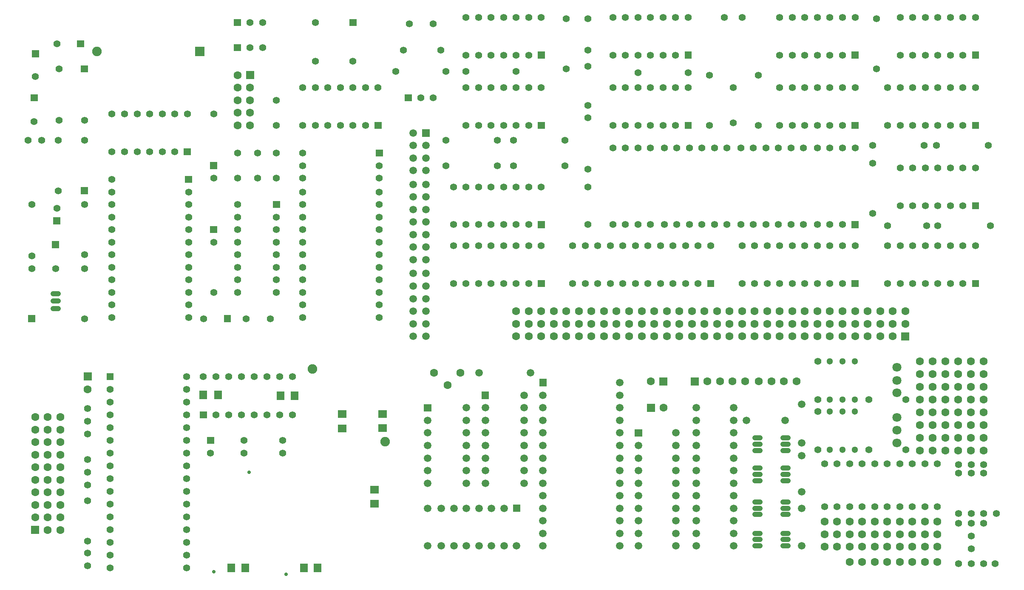
<source format=gbr>
%FSLAX34Y34*%
%MOMM*%
%LNSOLDERMASK_BOTTOM*%
G71*
G01*
%ADD10C, 1.90*%
%ADD11C, 1.40*%
%ADD12C, 1.40*%
%ADD13C, 1.60*%
%ADD14C, 1.50*%
%ADD15C, 1.60*%
%ADD16C, 1.00*%
%ADD17C, 1.50*%
%ADD18C, 1.60*%
%ADD19C, 0.70*%
%ADD20C, 0.20*%
%ADD21C, 0.70*%
%ADD22R, 1.60X1.80*%
%ADD23R, 1.80X1.60*%
%ADD24C, 1.30*%
%ADD25C, 1.80*%
%LPD*%
G36*
X295500Y714500D02*
X314500Y714500D01*
X314500Y695500D01*
X295500Y695500D01*
X295500Y714500D01*
G37*
X100000Y705000D02*
G54D10*
D03*
X785000Y707500D02*
G54D11*
D03*
X710000Y707500D02*
G54D11*
D03*
X1752500Y357500D02*
G54D11*
D03*
X1675000Y357500D02*
G54D11*
D03*
X1350000Y772500D02*
G54D11*
D03*
X1385000Y772500D02*
G54D11*
D03*
X1367500Y632500D02*
G54D11*
D03*
X1367500Y562500D02*
G54D11*
D03*
X1077500Y675000D02*
G54D11*
D03*
X1077500Y597500D02*
G54D11*
D03*
X1077500Y435000D02*
G54D11*
D03*
X1077500Y360000D02*
G54D11*
D03*
X380000Y502500D02*
G54D11*
D03*
X380000Y452500D02*
G54D11*
D03*
X420000Y502500D02*
G54D11*
D03*
X420000Y452500D02*
G54D11*
D03*
X457500Y502500D02*
G54D11*
D03*
X457500Y452500D02*
G54D11*
D03*
X397500Y172500D02*
G54D11*
D03*
X445000Y172500D02*
G54D11*
D03*
X457500Y607500D02*
G54D11*
D03*
X457500Y557500D02*
G54D11*
D03*
X20000Y720000D02*
G54D11*
D03*
G36*
X60500Y727000D02*
X74500Y727000D01*
X74500Y713000D01*
X60500Y713000D01*
X60500Y727000D01*
G37*
X-22500Y655000D02*
G54D11*
D03*
G36*
X-29500Y707000D02*
X-15500Y707000D01*
X-15500Y693000D01*
X-29500Y693000D01*
X-29500Y707000D01*
G37*
X-25000Y565000D02*
G54D11*
D03*
G36*
X-32000Y619500D02*
X-18000Y619500D01*
X-18000Y605500D01*
X-32000Y605500D01*
X-32000Y619500D01*
G37*
X312500Y172500D02*
G54D11*
D03*
G36*
X353000Y179500D02*
X367000Y179500D01*
X367000Y165500D01*
X353000Y165500D01*
X353000Y179500D01*
G37*
X17500Y272500D02*
G54D11*
D03*
G36*
X10500Y327000D02*
X24500Y327000D01*
X24500Y313000D01*
X10500Y313000D01*
X10500Y327000D01*
G37*
G36*
X13000Y374500D02*
X27000Y374500D01*
X27000Y360500D01*
X13000Y360500D01*
X13000Y374500D01*
G37*
X20000Y392500D02*
G54D11*
D03*
G36*
X978000Y704500D02*
X992000Y704500D01*
X992000Y690500D01*
X978000Y690500D01*
X978000Y704500D01*
G37*
X960000Y697500D02*
G54D12*
D03*
X935000Y697500D02*
G54D12*
D03*
X910000Y697500D02*
G54D12*
D03*
X885000Y697500D02*
G54D12*
D03*
X860000Y697500D02*
G54D12*
D03*
X835000Y697500D02*
G54D12*
D03*
X835000Y772500D02*
G54D12*
D03*
X860000Y772500D02*
G54D12*
D03*
X885000Y772500D02*
G54D12*
D03*
X910000Y772500D02*
G54D12*
D03*
X935000Y772500D02*
G54D12*
D03*
X960000Y772500D02*
G54D12*
D03*
X985000Y772500D02*
G54D12*
D03*
G36*
X978000Y564500D02*
X992000Y564500D01*
X992000Y550500D01*
X978000Y550500D01*
X978000Y564500D01*
G37*
X960000Y557500D02*
G54D12*
D03*
X935000Y557500D02*
G54D12*
D03*
X910000Y557500D02*
G54D12*
D03*
X885000Y557500D02*
G54D12*
D03*
X860000Y557500D02*
G54D12*
D03*
X835000Y557500D02*
G54D12*
D03*
X835000Y632500D02*
G54D12*
D03*
X860000Y632500D02*
G54D12*
D03*
X885000Y632500D02*
G54D12*
D03*
X910000Y632500D02*
G54D12*
D03*
X935000Y632500D02*
G54D12*
D03*
X960000Y632500D02*
G54D12*
D03*
X985000Y632500D02*
G54D12*
D03*
G36*
X1843000Y249500D02*
X1857000Y249500D01*
X1857000Y235500D01*
X1843000Y235500D01*
X1843000Y249500D01*
G37*
X1825000Y242500D02*
G54D12*
D03*
X1800000Y242500D02*
G54D12*
D03*
X1775000Y242500D02*
G54D12*
D03*
X1750000Y242500D02*
G54D12*
D03*
X1725000Y242500D02*
G54D12*
D03*
X1700000Y242500D02*
G54D12*
D03*
X1675000Y242500D02*
G54D12*
D03*
X1675000Y317500D02*
G54D12*
D03*
X1700000Y317500D02*
G54D12*
D03*
X1725000Y317500D02*
G54D12*
D03*
X1750000Y317500D02*
G54D12*
D03*
X1775000Y317500D02*
G54D12*
D03*
X1800000Y317500D02*
G54D12*
D03*
X1825000Y317500D02*
G54D12*
D03*
X1850000Y317500D02*
G54D12*
D03*
G36*
X1843000Y404500D02*
X1857000Y404500D01*
X1857000Y390500D01*
X1843000Y390500D01*
X1843000Y404500D01*
G37*
X1825000Y397500D02*
G54D12*
D03*
X1800000Y397500D02*
G54D12*
D03*
X1775000Y397500D02*
G54D12*
D03*
X1750000Y397500D02*
G54D12*
D03*
X1725000Y397500D02*
G54D12*
D03*
X1700000Y397500D02*
G54D12*
D03*
X1700000Y472500D02*
G54D12*
D03*
X1725000Y472500D02*
G54D12*
D03*
X1750000Y472500D02*
G54D12*
D03*
X1775000Y472500D02*
G54D12*
D03*
X1800000Y472500D02*
G54D12*
D03*
X1825000Y472500D02*
G54D12*
D03*
X1850000Y472500D02*
G54D12*
D03*
G36*
X1843000Y564500D02*
X1857000Y564500D01*
X1857000Y550500D01*
X1843000Y550500D01*
X1843000Y564500D01*
G37*
X1825000Y557500D02*
G54D12*
D03*
X1800000Y557500D02*
G54D12*
D03*
X1775000Y557500D02*
G54D12*
D03*
X1750000Y557500D02*
G54D12*
D03*
X1725000Y557500D02*
G54D12*
D03*
X1700000Y557500D02*
G54D12*
D03*
X1675000Y557500D02*
G54D12*
D03*
X1675000Y632500D02*
G54D12*
D03*
X1700000Y632500D02*
G54D12*
D03*
X1725000Y632500D02*
G54D12*
D03*
X1750000Y632500D02*
G54D12*
D03*
X1775000Y632500D02*
G54D12*
D03*
X1800000Y632500D02*
G54D12*
D03*
X1825000Y632500D02*
G54D12*
D03*
X1850000Y632500D02*
G54D12*
D03*
G36*
X1270500Y704500D02*
X1284500Y704500D01*
X1284500Y690500D01*
X1270500Y690500D01*
X1270500Y704500D01*
G37*
X1252500Y697500D02*
G54D12*
D03*
X1227500Y697500D02*
G54D12*
D03*
X1202500Y697500D02*
G54D12*
D03*
X1177500Y697500D02*
G54D12*
D03*
X1152500Y697500D02*
G54D12*
D03*
X1127500Y697500D02*
G54D12*
D03*
X1127500Y772500D02*
G54D12*
D03*
X1152500Y772500D02*
G54D12*
D03*
X1177500Y772500D02*
G54D12*
D03*
X1202500Y772500D02*
G54D12*
D03*
X1227500Y772500D02*
G54D12*
D03*
X1252500Y772500D02*
G54D12*
D03*
X1277500Y772500D02*
G54D12*
D03*
G36*
X1603000Y704500D02*
X1617000Y704500D01*
X1617000Y690500D01*
X1603000Y690500D01*
X1603000Y704500D01*
G37*
X1585000Y697500D02*
G54D12*
D03*
X1560000Y697500D02*
G54D12*
D03*
X1535000Y697500D02*
G54D12*
D03*
X1510000Y697500D02*
G54D12*
D03*
X1485000Y697500D02*
G54D12*
D03*
X1460000Y697500D02*
G54D12*
D03*
X1460000Y772500D02*
G54D12*
D03*
X1485000Y772500D02*
G54D12*
D03*
X1510000Y772500D02*
G54D12*
D03*
X1535000Y772500D02*
G54D12*
D03*
X1560000Y772500D02*
G54D12*
D03*
X1585000Y772500D02*
G54D12*
D03*
X1610000Y772500D02*
G54D12*
D03*
G36*
X1843000Y704500D02*
X1857000Y704500D01*
X1857000Y690500D01*
X1843000Y690500D01*
X1843000Y704500D01*
G37*
X1825000Y697500D02*
G54D12*
D03*
X1800000Y697500D02*
G54D12*
D03*
X1775000Y697500D02*
G54D12*
D03*
X1750000Y697500D02*
G54D12*
D03*
X1725000Y697500D02*
G54D12*
D03*
X1700000Y697500D02*
G54D12*
D03*
X1700000Y772500D02*
G54D12*
D03*
X1725000Y772500D02*
G54D12*
D03*
X1750000Y772500D02*
G54D12*
D03*
X1775000Y772500D02*
G54D12*
D03*
X1800000Y772500D02*
G54D12*
D03*
X1825000Y772500D02*
G54D12*
D03*
X1850000Y772500D02*
G54D12*
D03*
G36*
X1315500Y249500D02*
X1329500Y249500D01*
X1329500Y235500D01*
X1315500Y235500D01*
X1315500Y249500D01*
G37*
X1297500Y242500D02*
G54D12*
D03*
X1272500Y242500D02*
G54D12*
D03*
X1247500Y242500D02*
G54D12*
D03*
X1222500Y242500D02*
G54D12*
D03*
X1197500Y242500D02*
G54D12*
D03*
X1172500Y242500D02*
G54D12*
D03*
X1147500Y242500D02*
G54D12*
D03*
X1122500Y242500D02*
G54D12*
D03*
X1097500Y242500D02*
G54D12*
D03*
X1072500Y242500D02*
G54D12*
D03*
X1047500Y242500D02*
G54D12*
D03*
X1047500Y317500D02*
G54D12*
D03*
X1072500Y317500D02*
G54D12*
D03*
X1097500Y317500D02*
G54D12*
D03*
X1122500Y317500D02*
G54D12*
D03*
X1147500Y317500D02*
G54D12*
D03*
X1172500Y317500D02*
G54D12*
D03*
X1197500Y317500D02*
G54D12*
D03*
X1222500Y317500D02*
G54D12*
D03*
X1247500Y317500D02*
G54D12*
D03*
X1272500Y317500D02*
G54D12*
D03*
X1297500Y317500D02*
G54D12*
D03*
X1322500Y317500D02*
G54D12*
D03*
G36*
X1270500Y564500D02*
X1284500Y564500D01*
X1284500Y550500D01*
X1270500Y550500D01*
X1270500Y564500D01*
G37*
X1252500Y557500D02*
G54D12*
D03*
X1227500Y557500D02*
G54D12*
D03*
X1202500Y557500D02*
G54D12*
D03*
X1177500Y557500D02*
G54D12*
D03*
X1152500Y557500D02*
G54D12*
D03*
X1127500Y557500D02*
G54D12*
D03*
X1127500Y632500D02*
G54D12*
D03*
X1152500Y632500D02*
G54D12*
D03*
X1177500Y632500D02*
G54D12*
D03*
X1202500Y632500D02*
G54D12*
D03*
X1227500Y632500D02*
G54D12*
D03*
X1252500Y632500D02*
G54D12*
D03*
X1277500Y632500D02*
G54D12*
D03*
G36*
X653000Y564500D02*
X667000Y564500D01*
X667000Y550500D01*
X653000Y550500D01*
X653000Y564500D01*
G37*
X635000Y557500D02*
G54D12*
D03*
X610000Y557500D02*
G54D12*
D03*
X585000Y557500D02*
G54D12*
D03*
X560000Y557500D02*
G54D12*
D03*
X535000Y557500D02*
G54D12*
D03*
X510000Y557500D02*
G54D12*
D03*
X510000Y632500D02*
G54D12*
D03*
X535000Y632500D02*
G54D12*
D03*
X560000Y632500D02*
G54D12*
D03*
X585000Y632500D02*
G54D12*
D03*
X610000Y632500D02*
G54D12*
D03*
X635000Y632500D02*
G54D12*
D03*
X660000Y632500D02*
G54D12*
D03*
G36*
X273000Y512000D02*
X287000Y512000D01*
X287000Y498000D01*
X273000Y498000D01*
X273000Y512000D01*
G37*
X255000Y505000D02*
G54D12*
D03*
X230000Y505000D02*
G54D12*
D03*
X205000Y505000D02*
G54D12*
D03*
X180000Y505000D02*
G54D12*
D03*
X155000Y505000D02*
G54D12*
D03*
X130000Y505000D02*
G54D12*
D03*
X130000Y580000D02*
G54D12*
D03*
X155000Y580000D02*
G54D12*
D03*
X180000Y580000D02*
G54D12*
D03*
X205000Y580000D02*
G54D12*
D03*
X230000Y580000D02*
G54D12*
D03*
X255000Y580000D02*
G54D12*
D03*
X280000Y580000D02*
G54D12*
D03*
G36*
X1603000Y367000D02*
X1617000Y367000D01*
X1617000Y353000D01*
X1603000Y353000D01*
X1603000Y367000D01*
G37*
X1585000Y360000D02*
G54D11*
D03*
X1560000Y360000D02*
G54D11*
D03*
X1535000Y360000D02*
G54D11*
D03*
X1507500Y360000D02*
G54D11*
D03*
X1482500Y360000D02*
G54D11*
D03*
X1457500Y360000D02*
G54D11*
D03*
X1432500Y360000D02*
G54D11*
D03*
X1407500Y360000D02*
G54D11*
D03*
X1382500Y360000D02*
G54D11*
D03*
X1355000Y360000D02*
G54D11*
D03*
X1330000Y360000D02*
G54D11*
D03*
X1305000Y360000D02*
G54D11*
D03*
X1280000Y360000D02*
G54D11*
D03*
X1255000Y360000D02*
G54D11*
D03*
X1230000Y360000D02*
G54D11*
D03*
X1202500Y360000D02*
G54D11*
D03*
X1177500Y360000D02*
G54D11*
D03*
X1152500Y360000D02*
G54D11*
D03*
X1127500Y360000D02*
G54D11*
D03*
X1127500Y512500D02*
G54D11*
D03*
X1152500Y512500D02*
G54D11*
D03*
X1177500Y512500D02*
G54D11*
D03*
X1202500Y512500D02*
G54D11*
D03*
X1230000Y512500D02*
G54D11*
D03*
X1255000Y512500D02*
G54D11*
D03*
X1280000Y512500D02*
G54D11*
D03*
X1305000Y512500D02*
G54D11*
D03*
X1330000Y512500D02*
G54D11*
D03*
X1355000Y512500D02*
G54D11*
D03*
X1382500Y512500D02*
G54D11*
D03*
X1407500Y512500D02*
G54D11*
D03*
X1432500Y512500D02*
G54D11*
D03*
X1457500Y512500D02*
G54D11*
D03*
X1482500Y512500D02*
G54D11*
D03*
X1507500Y512500D02*
G54D11*
D03*
X1535000Y512500D02*
G54D11*
D03*
X1560000Y512500D02*
G54D11*
D03*
X1585000Y512500D02*
G54D11*
D03*
X1610000Y512500D02*
G54D11*
D03*
G36*
X978000Y367000D02*
X992000Y367000D01*
X992000Y353000D01*
X978000Y353000D01*
X978000Y367000D01*
G37*
X960000Y360000D02*
G54D12*
D03*
X935000Y360000D02*
G54D12*
D03*
X910000Y360000D02*
G54D12*
D03*
X885000Y360000D02*
G54D12*
D03*
X860000Y360000D02*
G54D12*
D03*
X835000Y360000D02*
G54D12*
D03*
X810000Y360000D02*
G54D12*
D03*
X810000Y435000D02*
G54D12*
D03*
X835000Y435000D02*
G54D12*
D03*
X860000Y435000D02*
G54D12*
D03*
X885000Y435000D02*
G54D12*
D03*
X910000Y435000D02*
G54D12*
D03*
X935000Y435000D02*
G54D12*
D03*
X960000Y435000D02*
G54D12*
D03*
X985000Y435000D02*
G54D12*
D03*
G36*
X1603000Y249500D02*
X1617000Y249500D01*
X1617000Y235500D01*
X1603000Y235500D01*
X1603000Y249500D01*
G37*
X1585000Y242500D02*
G54D12*
D03*
X1560000Y242500D02*
G54D12*
D03*
X1535000Y242500D02*
G54D12*
D03*
X1510000Y242500D02*
G54D12*
D03*
X1485000Y242500D02*
G54D12*
D03*
X1460000Y242500D02*
G54D12*
D03*
X1435000Y242500D02*
G54D12*
D03*
X1410000Y242500D02*
G54D12*
D03*
X1385000Y242500D02*
G54D12*
D03*
X1385000Y317500D02*
G54D12*
D03*
X1410000Y317500D02*
G54D12*
D03*
X1435000Y317500D02*
G54D12*
D03*
X1460000Y317500D02*
G54D12*
D03*
X1485000Y317500D02*
G54D12*
D03*
X1510000Y317500D02*
G54D12*
D03*
X1535000Y317500D02*
G54D12*
D03*
X1560000Y317500D02*
G54D12*
D03*
X1585000Y317500D02*
G54D12*
D03*
X1610000Y317500D02*
G54D12*
D03*
G36*
X978000Y249500D02*
X992000Y249500D01*
X992000Y235500D01*
X978000Y235500D01*
X978000Y249500D01*
G37*
X960000Y242500D02*
G54D12*
D03*
X935000Y242500D02*
G54D12*
D03*
X910000Y242500D02*
G54D12*
D03*
X885000Y242500D02*
G54D12*
D03*
X860000Y242500D02*
G54D12*
D03*
X835000Y242500D02*
G54D12*
D03*
X810000Y242500D02*
G54D12*
D03*
X810000Y317500D02*
G54D12*
D03*
X835000Y317500D02*
G54D12*
D03*
X860000Y317500D02*
G54D12*
D03*
X885000Y317500D02*
G54D12*
D03*
X910000Y317500D02*
G54D12*
D03*
X935000Y317500D02*
G54D12*
D03*
X960000Y317500D02*
G54D12*
D03*
X985000Y317500D02*
G54D12*
D03*
G36*
X1603000Y564500D02*
X1617000Y564500D01*
X1617000Y550500D01*
X1603000Y550500D01*
X1603000Y564500D01*
G37*
X1585000Y557500D02*
G54D12*
D03*
X1560000Y557500D02*
G54D12*
D03*
X1535000Y557500D02*
G54D12*
D03*
X1510000Y557500D02*
G54D12*
D03*
X1485000Y557500D02*
G54D12*
D03*
X1460000Y557500D02*
G54D12*
D03*
X1460000Y632500D02*
G54D12*
D03*
X1485000Y632500D02*
G54D12*
D03*
X1510000Y632500D02*
G54D12*
D03*
X1535000Y632500D02*
G54D12*
D03*
X1560000Y632500D02*
G54D12*
D03*
X1585000Y632500D02*
G54D12*
D03*
X1610000Y632500D02*
G54D12*
D03*
G36*
X655500Y509500D02*
X669500Y509500D01*
X669500Y495500D01*
X655500Y495500D01*
X655500Y509500D01*
G37*
X662500Y477500D02*
G54D11*
D03*
X662500Y452500D02*
G54D11*
D03*
X662500Y425000D02*
G54D11*
D03*
X662500Y400000D02*
G54D11*
D03*
X662500Y375000D02*
G54D11*
D03*
X662500Y350000D02*
G54D11*
D03*
X662500Y325000D02*
G54D11*
D03*
X662500Y300000D02*
G54D11*
D03*
X662500Y275000D02*
G54D11*
D03*
X662500Y250000D02*
G54D11*
D03*
X662500Y225000D02*
G54D11*
D03*
X662500Y200000D02*
G54D11*
D03*
X662500Y175000D02*
G54D11*
D03*
X510000Y175000D02*
G54D11*
D03*
X510000Y200000D02*
G54D11*
D03*
X510000Y225000D02*
G54D11*
D03*
X510000Y250000D02*
G54D11*
D03*
X510000Y275000D02*
G54D11*
D03*
X510000Y300000D02*
G54D11*
D03*
X510000Y325000D02*
G54D11*
D03*
X510000Y350000D02*
G54D11*
D03*
X510000Y375000D02*
G54D11*
D03*
X510000Y400000D02*
G54D11*
D03*
X510000Y425000D02*
G54D11*
D03*
X510000Y452500D02*
G54D11*
D03*
X510000Y477500D02*
G54D11*
D03*
X510000Y502500D02*
G54D11*
D03*
G36*
X450500Y407000D02*
X464500Y407000D01*
X464500Y393000D01*
X450500Y393000D01*
X450500Y407000D01*
G37*
X457500Y375000D02*
G54D11*
D03*
X457500Y350000D02*
G54D11*
D03*
X457500Y325000D02*
G54D11*
D03*
X457500Y300000D02*
G54D11*
D03*
X457500Y275000D02*
G54D11*
D03*
X457500Y250000D02*
G54D11*
D03*
X457500Y225000D02*
G54D11*
D03*
X380000Y225000D02*
G54D11*
D03*
X380000Y250000D02*
G54D11*
D03*
X380000Y275000D02*
G54D11*
D03*
X380000Y300000D02*
G54D11*
D03*
X380000Y325000D02*
G54D11*
D03*
X380000Y350000D02*
G54D11*
D03*
X380000Y375000D02*
G54D11*
D03*
X380000Y400000D02*
G54D11*
D03*
G36*
X275500Y457000D02*
X289500Y457000D01*
X289500Y443000D01*
X275500Y443000D01*
X275500Y457000D01*
G37*
X282500Y425000D02*
G54D11*
D03*
X282500Y400000D02*
G54D11*
D03*
X282500Y375000D02*
G54D11*
D03*
X282500Y350000D02*
G54D11*
D03*
X282500Y325000D02*
G54D11*
D03*
X282500Y300000D02*
G54D11*
D03*
X282500Y275000D02*
G54D11*
D03*
X282500Y250000D02*
G54D11*
D03*
X282500Y225000D02*
G54D11*
D03*
X282500Y200000D02*
G54D11*
D03*
X282500Y175000D02*
G54D11*
D03*
X130000Y175000D02*
G54D11*
D03*
X130000Y200000D02*
G54D11*
D03*
X130000Y225000D02*
G54D11*
D03*
X130000Y250000D02*
G54D11*
D03*
X130000Y275000D02*
G54D11*
D03*
X130000Y300000D02*
G54D11*
D03*
X130000Y325000D02*
G54D11*
D03*
X130000Y350000D02*
G54D11*
D03*
X130000Y375000D02*
G54D11*
D03*
X130000Y400000D02*
G54D11*
D03*
X130000Y425000D02*
G54D11*
D03*
X130000Y450000D02*
G54D11*
D03*
G36*
X713000Y619500D02*
X727000Y619500D01*
X727000Y605500D01*
X713000Y605500D01*
X713000Y619500D01*
G37*
X745000Y612500D02*
G54D11*
D03*
X770000Y612500D02*
G54D11*
D03*
X935000Y162500D02*
G54D13*
D03*
X960000Y162500D02*
G54D13*
D03*
X935000Y137500D02*
G54D13*
D03*
X960000Y137500D02*
G54D13*
D03*
X985000Y162500D02*
G54D13*
D03*
X1010000Y162500D02*
G54D13*
D03*
X985000Y137500D02*
G54D13*
D03*
X1010000Y137500D02*
G54D13*
D03*
X985000Y187500D02*
G54D13*
D03*
X1010000Y187500D02*
G54D13*
D03*
X1035000Y162500D02*
G54D13*
D03*
X1035000Y137500D02*
G54D13*
D03*
X1060000Y162500D02*
G54D13*
D03*
X1085000Y162500D02*
G54D13*
D03*
X1060000Y137500D02*
G54D13*
D03*
G36*
X1702000Y145500D02*
X1718000Y145500D01*
X1718000Y129500D01*
X1702000Y129500D01*
X1702000Y145500D01*
G37*
X960000Y187500D02*
G54D13*
D03*
X1085000Y137500D02*
G54D13*
D03*
X1060000Y187500D02*
G54D13*
D03*
X1085000Y187500D02*
G54D13*
D03*
X1035000Y187500D02*
G54D13*
D03*
X1110000Y162500D02*
G54D13*
D03*
X1110000Y137500D02*
G54D13*
D03*
X1135000Y162500D02*
G54D13*
D03*
X1160000Y162500D02*
G54D13*
D03*
X1135000Y137500D02*
G54D13*
D03*
X1160000Y137500D02*
G54D13*
D03*
X1135000Y187500D02*
G54D13*
D03*
X1160000Y187500D02*
G54D13*
D03*
X1185000Y162500D02*
G54D13*
D03*
X1185000Y137500D02*
G54D13*
D03*
X1210000Y162500D02*
G54D13*
D03*
X1235000Y162500D02*
G54D13*
D03*
X1210000Y137500D02*
G54D13*
D03*
X1110000Y187500D02*
G54D13*
D03*
X1235000Y137500D02*
G54D13*
D03*
X1210000Y187500D02*
G54D13*
D03*
X1235000Y187500D02*
G54D13*
D03*
X1185000Y187500D02*
G54D13*
D03*
X1260000Y162500D02*
G54D13*
D03*
X1285000Y162500D02*
G54D13*
D03*
X1260000Y137500D02*
G54D13*
D03*
X1285000Y137500D02*
G54D13*
D03*
X1310000Y162500D02*
G54D13*
D03*
X1335000Y162500D02*
G54D13*
D03*
X1310000Y137500D02*
G54D13*
D03*
X1335000Y137500D02*
G54D13*
D03*
X1310000Y187500D02*
G54D13*
D03*
X1335000Y187500D02*
G54D13*
D03*
X1360000Y162500D02*
G54D13*
D03*
X1360000Y137500D02*
G54D13*
D03*
X1385000Y162500D02*
G54D13*
D03*
X1410000Y162500D02*
G54D13*
D03*
X1385000Y137500D02*
G54D13*
D03*
X1260000Y187500D02*
G54D13*
D03*
X1285000Y187500D02*
G54D13*
D03*
X1410000Y137500D02*
G54D13*
D03*
X1385000Y187500D02*
G54D13*
D03*
X1410000Y187500D02*
G54D13*
D03*
X1360000Y187500D02*
G54D13*
D03*
X1435000Y162500D02*
G54D13*
D03*
X1435000Y137500D02*
G54D13*
D03*
X1460000Y162500D02*
G54D13*
D03*
X1485000Y162500D02*
G54D13*
D03*
X1460000Y137500D02*
G54D13*
D03*
X1485000Y137500D02*
G54D13*
D03*
X1460000Y187500D02*
G54D13*
D03*
X1485000Y187500D02*
G54D13*
D03*
X1510000Y162500D02*
G54D13*
D03*
X1510000Y137500D02*
G54D13*
D03*
X1535000Y162500D02*
G54D13*
D03*
X1560000Y162500D02*
G54D13*
D03*
X1535000Y137500D02*
G54D13*
D03*
X1435000Y187500D02*
G54D13*
D03*
X1560000Y137500D02*
G54D13*
D03*
X1535000Y187500D02*
G54D13*
D03*
X1560000Y187500D02*
G54D13*
D03*
X1510000Y187500D02*
G54D13*
D03*
X1585000Y162500D02*
G54D13*
D03*
X1585000Y137500D02*
G54D13*
D03*
X1610000Y162500D02*
G54D13*
D03*
X1635000Y162500D02*
G54D13*
D03*
X1610000Y137500D02*
G54D13*
D03*
X1635000Y137500D02*
G54D13*
D03*
X1610000Y187500D02*
G54D13*
D03*
X1635000Y187500D02*
G54D13*
D03*
X1660000Y162500D02*
G54D13*
D03*
X1660000Y137500D02*
G54D13*
D03*
X1685000Y162500D02*
G54D13*
D03*
X1710000Y162500D02*
G54D13*
D03*
X1685000Y137500D02*
G54D13*
D03*
X1585000Y187500D02*
G54D13*
D03*
X935000Y187500D02*
G54D13*
D03*
X1685000Y187500D02*
G54D13*
D03*
X1710000Y187500D02*
G54D13*
D03*
X1660000Y187500D02*
G54D13*
D03*
G36*
X747500Y550000D02*
X762500Y550000D01*
X762500Y535000D01*
X747500Y535000D01*
X747500Y550000D01*
G37*
X730000Y542500D02*
G54D14*
D03*
X755000Y517500D02*
G54D14*
D03*
X730000Y517500D02*
G54D14*
D03*
X755000Y492500D02*
G54D14*
D03*
X730000Y492500D02*
G54D14*
D03*
X755000Y467500D02*
G54D14*
D03*
X730000Y467500D02*
G54D14*
D03*
X755000Y440000D02*
G54D14*
D03*
X730000Y440000D02*
G54D14*
D03*
X755000Y415000D02*
G54D14*
D03*
X730000Y415000D02*
G54D14*
D03*
X755000Y390000D02*
G54D14*
D03*
X730000Y390000D02*
G54D14*
D03*
X755000Y365000D02*
G54D14*
D03*
X730000Y365000D02*
G54D14*
D03*
X755000Y340000D02*
G54D14*
D03*
X730000Y340000D02*
G54D14*
D03*
X755000Y315000D02*
G54D14*
D03*
X730000Y315000D02*
G54D14*
D03*
X755000Y290000D02*
G54D14*
D03*
X730000Y290000D02*
G54D14*
D03*
X755000Y262500D02*
G54D14*
D03*
X730000Y262500D02*
G54D14*
D03*
X755000Y237500D02*
G54D14*
D03*
X730000Y237500D02*
G54D14*
D03*
X755000Y212500D02*
G54D14*
D03*
X730000Y212500D02*
G54D14*
D03*
X755000Y187500D02*
G54D14*
D03*
X730000Y187500D02*
G54D14*
D03*
X755000Y162500D02*
G54D14*
D03*
X730000Y162500D02*
G54D14*
D03*
X755000Y137500D02*
G54D14*
D03*
X730000Y137500D02*
G54D14*
D03*
G36*
X373000Y719500D02*
X387000Y719500D01*
X387000Y705500D01*
X373000Y705500D01*
X373000Y719500D01*
G37*
X405000Y712500D02*
G54D11*
D03*
X430000Y712500D02*
G54D11*
D03*
G36*
X373000Y769500D02*
X387000Y769500D01*
X387000Y755500D01*
X373000Y755500D01*
X373000Y769500D01*
G37*
X405000Y762500D02*
G54D11*
D03*
X430000Y762500D02*
G54D11*
D03*
G36*
X397000Y665500D02*
X413000Y665500D01*
X413000Y649500D01*
X397000Y649500D01*
X397000Y665500D01*
G37*
X380000Y657500D02*
G54D15*
D03*
X405000Y632500D02*
G54D15*
D03*
X380000Y632500D02*
G54D15*
D03*
X405000Y607500D02*
G54D15*
D03*
X380000Y607500D02*
G54D15*
D03*
X405000Y582500D02*
G54D15*
D03*
X380000Y582500D02*
G54D15*
D03*
X405000Y557500D02*
G54D15*
D03*
X380000Y557500D02*
G54D15*
D03*
X795000Y665000D02*
G54D11*
D03*
X695000Y665000D02*
G54D11*
D03*
X1035000Y670000D02*
G54D11*
D03*
X1035000Y770000D02*
G54D11*
D03*
X1880000Y357500D02*
G54D11*
D03*
X1775000Y357500D02*
G54D11*
D03*
X1277500Y662500D02*
G54D11*
D03*
X1177500Y662500D02*
G54D11*
D03*
X1875000Y517500D02*
G54D11*
D03*
X1772500Y517500D02*
G54D11*
D03*
X1652500Y770000D02*
G54D11*
D03*
X1652500Y670000D02*
G54D11*
D03*
X1645000Y482500D02*
G54D11*
D03*
X1645000Y382500D02*
G54D11*
D03*
X1645000Y517500D02*
G54D11*
D03*
X1747500Y517500D02*
G54D11*
D03*
X1077500Y470000D02*
G54D11*
D03*
X1077500Y572500D02*
G54D11*
D03*
X1417500Y557500D02*
G54D11*
D03*
X1417500Y657500D02*
G54D11*
D03*
X1320000Y557500D02*
G54D11*
D03*
X1320000Y657500D02*
G54D11*
D03*
X835000Y665000D02*
G54D11*
D03*
X935000Y665000D02*
G54D11*
D03*
X795000Y527500D02*
G54D11*
D03*
X897500Y527500D02*
G54D11*
D03*
X930000Y527500D02*
G54D11*
D03*
X1032500Y527500D02*
G54D11*
D03*
X930000Y477500D02*
G54D11*
D03*
X1032500Y477500D02*
G54D11*
D03*
X795000Y477500D02*
G54D11*
D03*
X897500Y477500D02*
G54D11*
D03*
X-30000Y297500D02*
G54D11*
D03*
X-30000Y400000D02*
G54D11*
D03*
X25000Y567500D02*
G54D11*
D03*
X25000Y670000D02*
G54D11*
D03*
X75000Y300000D02*
G54D11*
D03*
X75000Y400000D02*
G54D11*
D03*
X332500Y225000D02*
G54D11*
D03*
X332500Y325000D02*
G54D11*
D03*
X75000Y172500D02*
G54D11*
D03*
X75000Y272500D02*
G54D11*
D03*
X22500Y427500D02*
G54D11*
D03*
X22500Y527500D02*
G54D11*
D03*
X1077500Y707500D02*
G54D11*
D03*
X1077500Y770000D02*
G54D11*
D03*
G36*
X68000Y677000D02*
X82000Y677000D01*
X82000Y663000D01*
X68000Y663000D01*
X68000Y677000D01*
G37*
X75000Y567500D02*
G54D11*
D03*
G36*
X68000Y434500D02*
X82000Y434500D01*
X82000Y420500D01*
X68000Y420500D01*
X68000Y434500D01*
G37*
X75000Y527500D02*
G54D11*
D03*
G36*
X-37000Y179500D02*
X-23000Y179500D01*
X-23000Y165500D01*
X-37000Y165500D01*
X-37000Y179500D01*
G37*
X-30000Y272500D02*
G54D11*
D03*
G36*
X325500Y484500D02*
X339500Y484500D01*
X339500Y470500D01*
X325500Y470500D01*
X325500Y484500D01*
G37*
X332500Y580000D02*
G54D11*
D03*
G36*
X325500Y357000D02*
X339500Y357000D01*
X339500Y343000D01*
X325500Y343000D01*
X325500Y357000D01*
G37*
X332500Y452500D02*
G54D11*
D03*
G54D16*
X12500Y207500D02*
X22500Y207500D01*
G54D16*
X12500Y222500D02*
X22500Y222500D01*
X722500Y760000D02*
G54D11*
D03*
X770000Y760000D02*
G54D11*
D03*
G36*
X603000Y769500D02*
X617000Y769500D01*
X617000Y755500D01*
X603000Y755500D01*
X603000Y769500D01*
G37*
X610000Y685000D02*
G54D11*
D03*
X535000Y685000D02*
G54D11*
D03*
X535000Y762500D02*
G54D11*
D03*
X-37500Y527500D02*
G54D12*
D03*
X-10000Y527500D02*
G54D12*
D03*
X20000Y392500D02*
G54D11*
D03*
X-30000Y400000D02*
G54D11*
D03*
X75000Y400000D02*
G54D11*
D03*
X22500Y427500D02*
G54D11*
D03*
G36*
X68000Y434500D02*
X82000Y434500D01*
X82000Y420500D01*
X68000Y420500D01*
X68000Y434500D01*
G37*
G54D16*
X12500Y192500D02*
X22500Y192500D01*
X1228500Y-5000D02*
G54D15*
D03*
G36*
X1195500Y3000D02*
X1211500Y3000D01*
X1211500Y-13000D01*
X1195500Y-13000D01*
X1195500Y3000D01*
G37*
G36*
X1220500Y55500D02*
X1236500Y55500D01*
X1236500Y39500D01*
X1220500Y39500D01*
X1220500Y55500D01*
G37*
X1203500Y47500D02*
G54D15*
D03*
X1493500Y47500D02*
G54D15*
D03*
X1468500Y47500D02*
G54D15*
D03*
X1443500Y47500D02*
G54D15*
D03*
X1418500Y47500D02*
G54D15*
D03*
X1391000Y47500D02*
G54D15*
D03*
X1366000Y47500D02*
G54D15*
D03*
X1341000Y47500D02*
G54D15*
D03*
X1316000Y47500D02*
G54D15*
D03*
G36*
X1283000Y55500D02*
X1299000Y55500D01*
X1299000Y39500D01*
X1283000Y39500D01*
X1283000Y55500D01*
G37*
G54D16*
X1411000Y-77500D02*
X1421000Y-77500D01*
G54D16*
X1411000Y-65000D02*
X1421000Y-65000D01*
G54D16*
X1411000Y-137500D02*
X1421000Y-137500D01*
G54D16*
X1411000Y-125000D02*
X1421000Y-125000D01*
G54D16*
X1411000Y-205000D02*
X1421000Y-205000D01*
G54D16*
X1411000Y-192500D02*
X1421000Y-192500D01*
G54D16*
X1411000Y-267500D02*
X1421000Y-267500D01*
G54D16*
X1411000Y-255000D02*
X1421000Y-255000D01*
G54D16*
X1466500Y-267500D02*
X1476500Y-267500D01*
G54D16*
X1466500Y-255000D02*
X1476500Y-255000D01*
G54D16*
X1466500Y-205000D02*
X1476500Y-205000D01*
G54D16*
X1466500Y-192500D02*
X1476500Y-192500D01*
G54D16*
X1466500Y-137500D02*
X1476500Y-137500D01*
G54D16*
X1466500Y-125000D02*
X1476500Y-125000D01*
G54D16*
X1466500Y-77500D02*
X1476500Y-77500D01*
G54D16*
X1466500Y-65000D02*
X1476500Y-65000D01*
X861000Y65000D02*
G54D17*
D03*
X963500Y65000D02*
G54D17*
D03*
X823500Y65000D02*
G54D18*
D03*
X798500Y40000D02*
G54D18*
D03*
X771000Y65000D02*
G54D18*
D03*
X1368500Y-130000D02*
G54D17*
D03*
X1293500Y-130000D02*
G54D17*
D03*
X1368500Y-180000D02*
G54D17*
D03*
X1293500Y-180000D02*
G54D17*
D03*
X1368500Y-230000D02*
G54D17*
D03*
X1293500Y-230000D02*
G54D17*
D03*
X1368500Y-280000D02*
G54D17*
D03*
X1293500Y-280000D02*
G54D17*
D03*
X1368500Y-255000D02*
G54D17*
D03*
X1293500Y-255000D02*
G54D17*
D03*
X1368500Y-205000D02*
G54D17*
D03*
X1293500Y-205000D02*
G54D17*
D03*
X1368500Y-155000D02*
G54D17*
D03*
X1293500Y-155000D02*
G54D17*
D03*
X1368500Y-105000D02*
G54D17*
D03*
X1293500Y-105000D02*
G54D17*
D03*
X1471000Y-30000D02*
G54D17*
D03*
X1393500Y-30000D02*
G54D17*
D03*
X1503500Y2500D02*
G54D17*
D03*
X1503500Y-75000D02*
G54D17*
D03*
X1503500Y-205000D02*
G54D17*
D03*
X1503500Y-280000D02*
G54D17*
D03*
X1293500Y-5000D02*
G54D17*
D03*
X1368500Y-5000D02*
G54D17*
D03*
X1293500Y-30000D02*
G54D17*
D03*
X1368500Y-30000D02*
G54D17*
D03*
X1503500Y-100000D02*
G54D17*
D03*
X1503500Y-172500D02*
G54D17*
D03*
X1293500Y-55000D02*
G54D17*
D03*
X1368500Y-55000D02*
G54D17*
D03*
X1293500Y-80000D02*
G54D17*
D03*
X1368500Y-80000D02*
G54D17*
D03*
G36*
X751000Y2500D02*
X766000Y2500D01*
X766000Y-12500D01*
X751000Y-12500D01*
X751000Y2500D01*
G37*
X758500Y-30000D02*
G54D17*
D03*
X758500Y-55000D02*
G54D17*
D03*
X758500Y-80000D02*
G54D17*
D03*
X758500Y-105000D02*
G54D17*
D03*
X758500Y-130000D02*
G54D17*
D03*
X758500Y-155000D02*
G54D17*
D03*
X836000Y-155000D02*
G54D17*
D03*
X836000Y-130000D02*
G54D17*
D03*
X836000Y-105000D02*
G54D17*
D03*
X836000Y-80000D02*
G54D17*
D03*
X836000Y-55000D02*
G54D17*
D03*
X836000Y-30000D02*
G54D17*
D03*
X836000Y-5000D02*
G54D17*
D03*
G36*
X866000Y27500D02*
X881000Y27500D01*
X881000Y12500D01*
X866000Y12500D01*
X866000Y27500D01*
G37*
X873500Y-5000D02*
G54D17*
D03*
X873500Y-30000D02*
G54D17*
D03*
X873500Y-55000D02*
G54D17*
D03*
X873500Y-80000D02*
G54D17*
D03*
X873500Y-105000D02*
G54D17*
D03*
X873500Y-130000D02*
G54D17*
D03*
X873500Y-155000D02*
G54D17*
D03*
X951000Y-155000D02*
G54D17*
D03*
X951000Y-130000D02*
G54D17*
D03*
X951000Y-105000D02*
G54D17*
D03*
X951000Y-80000D02*
G54D17*
D03*
X951000Y-55000D02*
G54D17*
D03*
X951000Y-30000D02*
G54D17*
D03*
X951000Y-5000D02*
G54D17*
D03*
X951000Y20000D02*
G54D17*
D03*
G36*
X981000Y52500D02*
X996000Y52500D01*
X996000Y37500D01*
X981000Y37500D01*
X981000Y52500D01*
G37*
X988500Y20000D02*
G54D17*
D03*
X988500Y-5000D02*
G54D17*
D03*
X988500Y-30000D02*
G54D17*
D03*
X988500Y-55000D02*
G54D17*
D03*
X988500Y-80000D02*
G54D17*
D03*
X988500Y-105000D02*
G54D17*
D03*
X988500Y-130000D02*
G54D17*
D03*
X988500Y-155000D02*
G54D17*
D03*
X988500Y-180000D02*
G54D17*
D03*
X988500Y-205000D02*
G54D17*
D03*
X988500Y-230000D02*
G54D17*
D03*
X988500Y-255000D02*
G54D17*
D03*
X988500Y-280000D02*
G54D17*
D03*
X1141000Y-280000D02*
G54D17*
D03*
X1141000Y-255000D02*
G54D17*
D03*
X1141000Y-230000D02*
G54D17*
D03*
X1141000Y-205000D02*
G54D17*
D03*
X1141000Y-180000D02*
G54D17*
D03*
X1141000Y-155000D02*
G54D17*
D03*
X1141000Y-130000D02*
G54D17*
D03*
X1141000Y-105000D02*
G54D17*
D03*
X1141000Y-80000D02*
G54D17*
D03*
X1141000Y-55000D02*
G54D17*
D03*
X1141000Y-30000D02*
G54D17*
D03*
X1141000Y-5000D02*
G54D17*
D03*
X1141000Y20000D02*
G54D17*
D03*
X1141000Y45000D02*
G54D17*
D03*
G36*
X928500Y-197500D02*
X943500Y-197500D01*
X943500Y-212500D01*
X928500Y-212500D01*
X928500Y-197500D01*
G37*
X911000Y-205000D02*
G54D17*
D03*
X886000Y-205000D02*
G54D17*
D03*
X861000Y-205000D02*
G54D17*
D03*
X836000Y-205000D02*
G54D17*
D03*
X811000Y-205000D02*
G54D17*
D03*
X786000Y-205000D02*
G54D17*
D03*
X758500Y-205000D02*
G54D17*
D03*
X758500Y-280000D02*
G54D17*
D03*
X786000Y-280000D02*
G54D17*
D03*
X811000Y-280000D02*
G54D17*
D03*
X836000Y-280000D02*
G54D17*
D03*
X861000Y-280000D02*
G54D17*
D03*
X886000Y-280000D02*
G54D17*
D03*
X911000Y-280000D02*
G54D17*
D03*
X936000Y-280000D02*
G54D17*
D03*
G36*
X1171000Y-47500D02*
X1186000Y-47500D01*
X1186000Y-62500D01*
X1171000Y-62500D01*
X1171000Y-47500D01*
G37*
X1178500Y-80000D02*
G54D17*
D03*
X1178500Y-105000D02*
G54D17*
D03*
X1178500Y-130000D02*
G54D17*
D03*
X1178500Y-155000D02*
G54D17*
D03*
X1178500Y-180000D02*
G54D17*
D03*
X1178500Y-205000D02*
G54D17*
D03*
X1178500Y-230000D02*
G54D17*
D03*
X1178500Y-255000D02*
G54D17*
D03*
X1178500Y-280000D02*
G54D17*
D03*
X1253500Y-55000D02*
G54D17*
D03*
X1253500Y-80000D02*
G54D17*
D03*
X1253500Y-105000D02*
G54D17*
D03*
X1253500Y-130000D02*
G54D17*
D03*
X1253500Y-155000D02*
G54D17*
D03*
X1253500Y-180000D02*
G54D17*
D03*
X1253500Y-205000D02*
G54D17*
D03*
X1253500Y-230000D02*
G54D17*
D03*
X1253500Y-255000D02*
G54D17*
D03*
X1253500Y-280000D02*
G54D17*
D03*
G54D16*
X1411000Y-90000D02*
X1421000Y-90000D01*
G54D16*
X1466500Y-90000D02*
X1476500Y-90000D01*
G54D16*
X1411000Y-150000D02*
X1421000Y-150000D01*
G54D16*
X1466500Y-150000D02*
X1476500Y-150000D01*
G54D16*
X1411000Y-217500D02*
X1421000Y-217500D01*
G54D16*
X1466500Y-217500D02*
X1476500Y-217500D01*
G54D16*
X1411000Y-280000D02*
X1421000Y-280000D01*
G54D16*
X1466500Y-280000D02*
X1476500Y-280000D01*
X1866397Y-117881D02*
G54D11*
D03*
X1841397Y-117881D02*
G54D11*
D03*
X1816397Y-117881D02*
G54D11*
D03*
X1866397Y-135381D02*
G54D11*
D03*
X1841397Y-135381D02*
G54D11*
D03*
X1816397Y-135381D02*
G54D11*
D03*
X1866397Y-215381D02*
G54D11*
D03*
X1841397Y-215381D02*
G54D11*
D03*
X1816397Y-215381D02*
G54D11*
D03*
X1816397Y-235381D02*
G54D11*
D03*
X1816397Y-315381D02*
G54D11*
D03*
X1841397Y-285381D02*
G54D11*
D03*
X1841397Y-260381D02*
G54D11*
D03*
X1841397Y-235381D02*
G54D11*
D03*
X1866397Y-235381D02*
G54D11*
D03*
X1866397Y-315381D02*
G54D11*
D03*
X1841397Y-315381D02*
G54D11*
D03*
X1891397Y-215381D02*
G54D11*
D03*
X1888897Y-315381D02*
G54D11*
D03*
X403225Y-133190D02*
G54D19*
D03*
G36*
X319231Y-62690D02*
X333231Y-62690D01*
X333231Y-76690D01*
X319231Y-76690D01*
X319231Y-62690D01*
G37*
X326231Y-95090D02*
G54D12*
D03*
G36*
X73756Y65310D02*
X89756Y65310D01*
X89756Y49310D01*
X73756Y49310D01*
X73756Y65310D01*
G37*
X81756Y31910D02*
G54D13*
D03*
X392906Y-69690D02*
G54D12*
D03*
X392906Y-95090D02*
G54D12*
D03*
X469900Y-69690D02*
G54D12*
D03*
X469900Y-95090D02*
G54D12*
D03*
G36*
X119206Y64310D02*
X133206Y64310D01*
X133206Y50310D01*
X119206Y50310D01*
X119206Y64310D01*
G37*
X126206Y31910D02*
G54D12*
D03*
X126206Y6510D02*
G54D12*
D03*
X126206Y-18890D02*
G54D12*
D03*
X126206Y-44290D02*
G54D12*
D03*
X126206Y-69690D02*
G54D12*
D03*
X126206Y-95090D02*
G54D12*
D03*
X126206Y-120490D02*
G54D12*
D03*
X126206Y-145890D02*
G54D12*
D03*
X126206Y-171290D02*
G54D12*
D03*
X126206Y-196690D02*
G54D12*
D03*
X126206Y-222090D02*
G54D12*
D03*
X126206Y-247490D02*
G54D12*
D03*
X126206Y-272890D02*
G54D12*
D03*
X126206Y-298290D02*
G54D12*
D03*
X126206Y-323690D02*
G54D12*
D03*
X278606Y-323690D02*
G54D12*
D03*
X278606Y-298290D02*
G54D12*
D03*
X278606Y-272890D02*
G54D12*
D03*
X278606Y-247490D02*
G54D12*
D03*
X278606Y-222090D02*
G54D12*
D03*
X278606Y-196690D02*
G54D12*
D03*
X278606Y-171290D02*
G54D12*
D03*
X278606Y-145890D02*
G54D12*
D03*
X278606Y-120490D02*
G54D12*
D03*
X278606Y-95090D02*
G54D12*
D03*
X278606Y-69690D02*
G54D12*
D03*
X278606Y-44290D02*
G54D12*
D03*
X278606Y-18890D02*
G54D12*
D03*
X278606Y6510D02*
G54D12*
D03*
X278606Y31910D02*
G54D12*
D03*
X278606Y57310D02*
G54D12*
D03*
G36*
X304944Y-11890D02*
X318944Y-11890D01*
X318944Y-25890D01*
X304944Y-25890D01*
X304944Y-11890D01*
G37*
X337344Y-18890D02*
G54D12*
D03*
X362744Y-18890D02*
G54D12*
D03*
X388144Y-18890D02*
G54D12*
D03*
X413544Y-18890D02*
G54D12*
D03*
X438944Y-18890D02*
G54D12*
D03*
X464344Y-18890D02*
G54D12*
D03*
X489744Y-18890D02*
G54D12*
D03*
X489744Y57310D02*
G54D12*
D03*
X464344Y57310D02*
G54D12*
D03*
X438944Y57310D02*
G54D12*
D03*
X413544Y57310D02*
G54D12*
D03*
X388144Y57310D02*
G54D12*
D03*
X362744Y57310D02*
G54D12*
D03*
X337344Y57310D02*
G54D12*
D03*
X311944Y57310D02*
G54D12*
D03*
X81756Y-107790D02*
G54D12*
D03*
X81756Y-133190D02*
G54D12*
D03*
X81756Y-158590D02*
G54D12*
D03*
X81756Y-6190D02*
G54D12*
D03*
X81756Y-31590D02*
G54D12*
D03*
X81756Y-56990D02*
G54D12*
D03*
X81756Y-294321D02*
G54D12*
D03*
X81756Y-319721D02*
G54D12*
D03*
G36*
X-30994Y-240458D02*
X-14994Y-240458D01*
X-14994Y-256458D01*
X-30994Y-256458D01*
X-30994Y-240458D01*
G37*
X2006Y-23458D02*
G54D15*
D03*
X-22994Y-23458D02*
G54D15*
D03*
X27006Y-23458D02*
G54D15*
D03*
X2006Y-48458D02*
G54D15*
D03*
X-22994Y-48458D02*
G54D15*
D03*
X2006Y-73458D02*
G54D15*
D03*
X2006Y-98958D02*
G54D15*
D03*
X-22994Y-73458D02*
G54D15*
D03*
X-22994Y-98958D02*
G54D15*
D03*
X27006Y-73458D02*
G54D15*
D03*
X27006Y-98958D02*
G54D15*
D03*
X27006Y-48458D02*
G54D15*
D03*
X2006Y-123458D02*
G54D15*
D03*
X-22994Y-123458D02*
G54D15*
D03*
X2006Y-148458D02*
G54D15*
D03*
X2006Y-173458D02*
G54D15*
D03*
X-22994Y-148458D02*
G54D15*
D03*
X-22994Y-173458D02*
G54D15*
D03*
X27006Y-148458D02*
G54D15*
D03*
X27006Y-173458D02*
G54D15*
D03*
X2006Y-198458D02*
G54D15*
D03*
X-22994Y-198458D02*
G54D15*
D03*
X2006Y-223458D02*
G54D15*
D03*
X2006Y-248458D02*
G54D15*
D03*
X-22994Y-223458D02*
G54D15*
D03*
X27006Y-123458D02*
G54D15*
D03*
X27006Y-223458D02*
G54D15*
D03*
X27006Y-248458D02*
G54D15*
D03*
X27006Y-198458D02*
G54D15*
D03*
X81756Y-270508D02*
G54D12*
D03*
X81756Y-190340D02*
G54D12*
D03*
X652923Y-195915D02*
G54D20*
D03*
X367173Y-323490D02*
G54D20*
D03*
X652923Y-195915D02*
G54D21*
D03*
X367173Y-323490D02*
G54D21*
D03*
X311944Y20798D02*
G54D22*
D03*
X341312Y20798D02*
G54D22*
D03*
X367506Y-323690D02*
G54D22*
D03*
X395288Y-323690D02*
G54D22*
D03*
X465931Y19210D02*
G54D22*
D03*
X493712Y19210D02*
G54D22*
D03*
X511969Y-323690D02*
G54D22*
D03*
X539750Y-323690D02*
G54D22*
D03*
X653256Y-168114D02*
G54D23*
D03*
X653256Y-195896D02*
G54D23*
D03*
X588169Y-45877D02*
G54D23*
D03*
X588169Y-17302D02*
G54D23*
D03*
X668798Y-45678D02*
G54D23*
D03*
X668798Y-17678D02*
G54D23*
D03*
X332581Y-331627D02*
G54D19*
D03*
X673838Y-72206D02*
G54D10*
D03*
X528888Y72744D02*
G54D10*
D03*
X477044Y-336396D02*
G54D19*
D03*
X1549147Y-231631D02*
G54D18*
D03*
X1574147Y-231631D02*
G54D18*
D03*
X1599147Y-231631D02*
G54D18*
D03*
X1624147Y-231631D02*
G54D18*
D03*
X1649147Y-231631D02*
G54D18*
D03*
X1674147Y-231631D02*
G54D18*
D03*
X1699147Y-231631D02*
G54D18*
D03*
X1724147Y-231631D02*
G54D18*
D03*
X1749147Y-231631D02*
G54D18*
D03*
X1774147Y-231631D02*
G54D18*
D03*
X1549147Y-256631D02*
G54D18*
D03*
X1574147Y-256631D02*
G54D18*
D03*
X1599147Y-256631D02*
G54D18*
D03*
X1624147Y-256631D02*
G54D18*
D03*
X1649147Y-256631D02*
G54D18*
D03*
X1674147Y-256631D02*
G54D18*
D03*
X1699147Y-256631D02*
G54D18*
D03*
X1724147Y-256631D02*
G54D18*
D03*
X1749147Y-256631D02*
G54D18*
D03*
X1774147Y-256631D02*
G54D18*
D03*
X1549147Y-281631D02*
G54D18*
D03*
X1574147Y-281631D02*
G54D18*
D03*
X1599147Y-281631D02*
G54D18*
D03*
X1624147Y-281631D02*
G54D18*
D03*
X1649147Y-281631D02*
G54D18*
D03*
X1674147Y-281631D02*
G54D18*
D03*
X1699147Y-281631D02*
G54D18*
D03*
X1724147Y-281631D02*
G54D18*
D03*
X1749147Y-281631D02*
G54D18*
D03*
X1774147Y-281631D02*
G54D18*
D03*
X1724147Y-201631D02*
G54D11*
D03*
X1724147Y-116631D02*
G54D11*
D03*
X1749147Y-201631D02*
G54D11*
D03*
X1749147Y-116631D02*
G54D11*
D03*
X1774147Y-201631D02*
G54D11*
D03*
X1774147Y-116631D02*
G54D11*
D03*
X1699147Y-201631D02*
G54D11*
D03*
X1699147Y-116631D02*
G54D11*
D03*
X1674147Y-201631D02*
G54D11*
D03*
X1674147Y-116631D02*
G54D11*
D03*
X1649147Y-201631D02*
G54D11*
D03*
X1649147Y-116631D02*
G54D11*
D03*
X1624147Y-201631D02*
G54D11*
D03*
X1624147Y-116631D02*
G54D11*
D03*
X1599147Y-201631D02*
G54D11*
D03*
X1599147Y-116631D02*
G54D11*
D03*
X1574147Y-201631D02*
G54D11*
D03*
X1574147Y-116631D02*
G54D11*
D03*
X1724147Y-311631D02*
G54D18*
D03*
X1749147Y-311631D02*
G54D18*
D03*
X1774147Y-311631D02*
G54D18*
D03*
X1549147Y-201631D02*
G54D11*
D03*
X1549147Y-116631D02*
G54D11*
D03*
X1674147Y-311631D02*
G54D18*
D03*
X1699147Y-311631D02*
G54D18*
D03*
X1649147Y-311631D02*
G54D18*
D03*
X1624147Y-311631D02*
G54D18*
D03*
X1599147Y-311631D02*
G54D18*
D03*
X1535503Y-88103D02*
G54D12*
D03*
X1711503Y-88203D02*
G54D12*
D03*
X1535503Y-11903D02*
G54D12*
D03*
X1637103Y-88103D02*
G54D12*
D03*
X1609603Y-11903D02*
G54D24*
D03*
X1584603Y-11903D02*
G54D24*
D03*
X1559603Y-11903D02*
G54D24*
D03*
X1609603Y-88103D02*
G54D24*
D03*
X1584603Y-88103D02*
G54D24*
D03*
X1559603Y-88103D02*
G54D24*
D03*
X1693603Y-49903D02*
G54D25*
D03*
X1693603Y-74903D02*
G54D25*
D03*
X1693603Y-24403D02*
G54D25*
D03*
X1535503Y11697D02*
G54D12*
D03*
X1711503Y11597D02*
G54D12*
D03*
X1535503Y87897D02*
G54D12*
D03*
X1637103Y11697D02*
G54D12*
D03*
X1609603Y87897D02*
G54D24*
D03*
X1584603Y87897D02*
G54D24*
D03*
X1559603Y87897D02*
G54D24*
D03*
X1609603Y11697D02*
G54D24*
D03*
X1584603Y11697D02*
G54D24*
D03*
X1559603Y11697D02*
G54D24*
D03*
X1693603Y49897D02*
G54D25*
D03*
X1693603Y24897D02*
G54D25*
D03*
X1693603Y75397D02*
G54D25*
D03*
X1738709Y87312D02*
G54D18*
D03*
X1764109Y87312D02*
G54D18*
D03*
X1789509Y87312D02*
G54D18*
D03*
X1814909Y87312D02*
G54D18*
D03*
X1738709Y61912D02*
G54D18*
D03*
X1764109Y61912D02*
G54D18*
D03*
X1789509Y61912D02*
G54D18*
D03*
X1814909Y61912D02*
G54D18*
D03*
X1738709Y36512D02*
G54D18*
D03*
X1764109Y36512D02*
G54D18*
D03*
X1789509Y36512D02*
G54D18*
D03*
X1814909Y36512D02*
G54D18*
D03*
X1738709Y11112D02*
G54D18*
D03*
X1764109Y11112D02*
G54D18*
D03*
X1789509Y11112D02*
G54D18*
D03*
X1814909Y11112D02*
G54D18*
D03*
X1738709Y-14288D02*
G54D18*
D03*
X1764109Y-14288D02*
G54D18*
D03*
X1789509Y-14288D02*
G54D18*
D03*
X1814909Y-14288D02*
G54D18*
D03*
X1738709Y-39688D02*
G54D18*
D03*
X1764109Y-39688D02*
G54D18*
D03*
X1789509Y-39688D02*
G54D18*
D03*
X1814909Y-39688D02*
G54D18*
D03*
X1840309Y87312D02*
G54D18*
D03*
X1865709Y87312D02*
G54D18*
D03*
X1840309Y61912D02*
G54D18*
D03*
X1865709Y61912D02*
G54D18*
D03*
X1840309Y36512D02*
G54D18*
D03*
X1865709Y36512D02*
G54D18*
D03*
X1840309Y11112D02*
G54D18*
D03*
X1865709Y11112D02*
G54D18*
D03*
X1840309Y-14288D02*
G54D18*
D03*
X1865709Y-14288D02*
G54D18*
D03*
X1840309Y-39688D02*
G54D18*
D03*
X1865709Y-39688D02*
G54D18*
D03*
X1738709Y-65088D02*
G54D18*
D03*
X1764109Y-65088D02*
G54D18*
D03*
X1789509Y-65088D02*
G54D18*
D03*
X1814909Y-65088D02*
G54D18*
D03*
X1738709Y-90488D02*
G54D18*
D03*
X1764109Y-90488D02*
G54D18*
D03*
X1789509Y-90488D02*
G54D18*
D03*
X1814909Y-90488D02*
G54D18*
D03*
X1840309Y-65088D02*
G54D18*
D03*
X1865709Y-65088D02*
G54D18*
D03*
X1840309Y-90488D02*
G54D18*
D03*
X1865709Y-90488D02*
G54D18*
D03*
M02*

</source>
